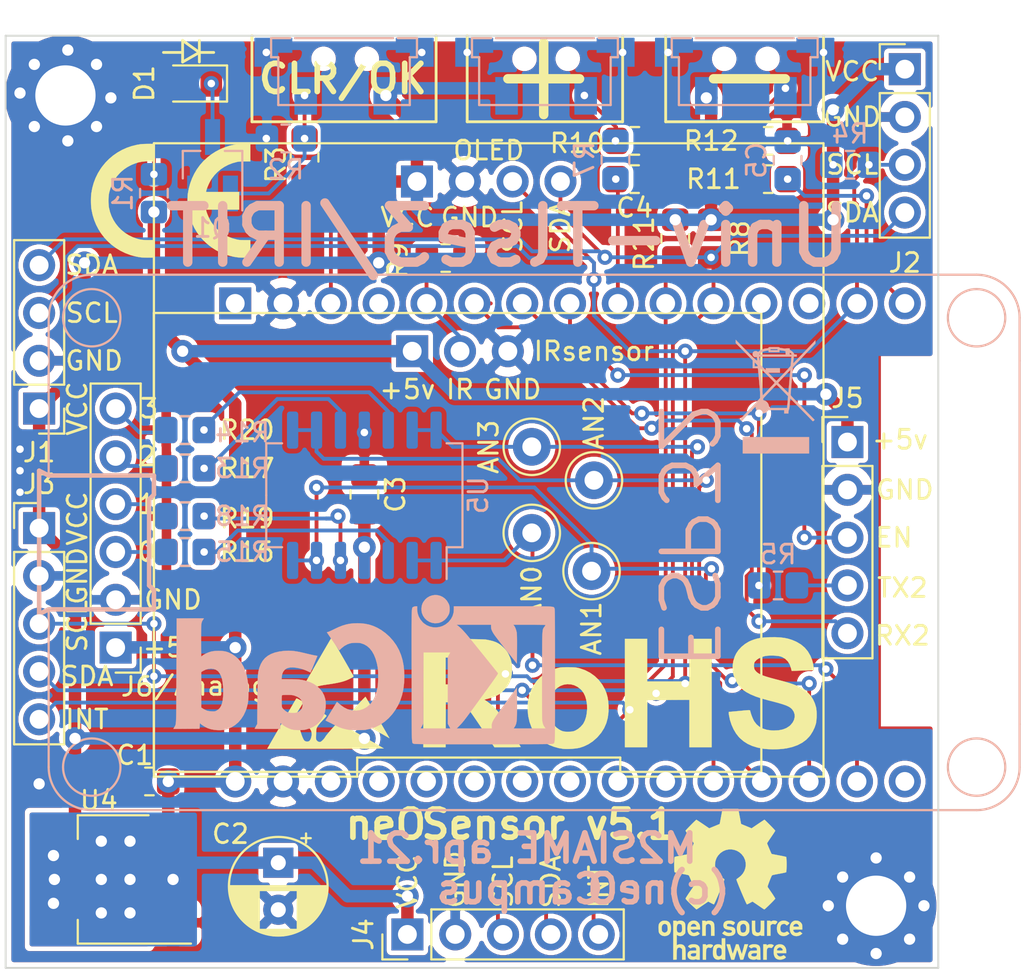
<source format=kicad_pcb>
(kicad_pcb (version 20171130) (host pcbnew 5.1.9-1.fc33)
  (layers (0 F.Cu signal) (31 B.Cu signal) (34 B.Paste user) (35 F.Paste user) (36 B.SilkS user) (37 F.SilkS user) (38 B.Mask user) (39 F.Mask user) (44 Edge.Cuts user))
  (net 0 "")
  (net 1 GND)
  (net 2 +5V)
  (net 3 +3V3)
  (net 4 /SW2)
  (net 5 /SW3)
  (net 6 "Net-(D1-Pad1)")
  (net 7 /SDA)
  (net 8 /SCL)
  (net 9 /INT)
  (net 10 /RX2)
  (net 11 /TX2)
  (net 12 /PM_EN)
  (net 13 /ANA_0)
  (net 14 /ANA_1)
  (net 15 /ANA_2)
  (net 16 /ANA_3)
  (net 17 "Net-(Q1-Pad1)")
  (net 18 /LED)
  (net 19 "Net-(R5-Pad2)")
  (net 20 "Net-(R10-Pad2)")
  (net 21 /IR)
  (net 22 "Net-(R11-Pad1)")
  (net 23 "Net-(R13-Pad2)")
  (net 24 "Net-(R14-Pad2)")
  (net 25 "Net-(R15-Pad2)")
  (net 26 "Net-(R18-Pad2)")
  (net 27 /ADC1_3)
  (net 28 /ADC1_0)
  (net 29 /ADC1_6)
  (net 30 /ADC1_7)
  (net 31 "Net-(U3-Pad28)")
  (net 32 "Net-(U3-Pad27)")
  (net 33 "Net-(U3-Pad26)")
  (net 34 "Net-(U3-Pad25)")
  (net 35 "Net-(U3-Pad24)")
  (net 36 "Net-(U3-Pad23)")
  (net 37 "Net-(U3-Pad22)")
  (net 38 "Net-(U3-Pad21)")
  (net 39 "Net-(U3-Pad13)")
  (net 40 "Net-(U3-Pad12)")
  (net 41 "Net-(U3-Pad1)")
  (net 42 "Net-(D1-Pad2)")
  (net 43 "Net-(U3-Pad16)")
  (net 44 "Net-(U3-Pad4)")
  (module Symbol:KiCad-Logo_8mm_SilkScreen (layer B.Cu) (at 44.45 59.055 180)
    (fp_text reference REF** hide)
    (fp_text value KiCad-Logo_8mm_SilkScreen hide)
  )
  (module Symbol:WEEE-Logo_4.2x6mm_SilkScreen (layer B.Cu) (at 66.294 44.577 180)
    (fp_text reference REF** hide)
    (fp_text value WEEE-Logo_4.2x6mm_SilkScreen hide)
  )
  (module Symbol:ESD-Logo_6.6x6mm_SilkScreen (layer F.Cu) (at 42.545 60.325)
    (fp_text reference REF** hide)
    (fp_text value ESD-Logo_6.6x6mm_SilkScreen hide)
  )
  (module Symbol:RoHS-Logo_6mm_SilkScreen (layer F.Cu) (at 58.039 60.325)
    (fp_text reference REF** hide)
    (fp_text value RoHS-Logo_6mm_SilkScreen hide)
  )
  (module Symbol:CE-Logo_8.5x6mm_SilkScreen (layer F.Cu) (at 34.163 34.163)
    (fp_text reference REF** hide)
    (fp_text value CE-Logo_8.5x6mm_SilkScreen hide)
  )
  (module Symbol:OSHW-Logo_7.5x8mm_SilkScreen (layer F.Cu) (at 63.881 70.485)
    (fp_text reference REF** hide)
    (fp_text value OSHW-Logo_7.5x8mm_SilkScreen hide)
  )
  (module Capacitor_THT:CP_Radial_D5.0mm_P2.50mm (layer F.Cu) (at 39.878 69.342 270)
    (fp_text reference C2 (at -1.524 2.54 180) (layer F.SilkS))
    (fp_text value "100µF 6.3v")
    (pad 2 thru_hole circle (at 2.5 0 270) (size 1.6 1.6) (drill 0.8) (layers *.Cu *.Mask) (net 1 GND))
    (pad 1 thru_hole rect (at 0 0 270) (size 1.6 1.6) (drill 0.8) (layers *.Cu *.Mask) (net 3 +3V3))
  )
  (module Package_TO_SOT_SMD:SOT-23_Handsoldering (layer B.Cu) (at 36.388 32.282 90)
    (fp_text reference Q1 (at -3.326 0 180) (layer B.SilkS) (effects (justify mirror)))
    (fp_text value 2N7002)
    (pad 3 smd rect (at 1.5 0 90) (size 1.9 0.8) (layers B.Cu B.Paste B.Mask) (net 6 "Net-(D1-Pad1)"))
    (pad 2 smd rect (at -1.5 -0.95 90) (size 1.9 0.8) (layers B.Cu B.Paste B.Mask) (net 1 GND))
    (pad 1 smd rect (at -1.5 0.95 90) (size 1.9 0.8) (layers B.Cu B.Paste B.Mask) (net 17 "Net-(Q1-Pad1)"))
  )
  (module neosensor_addon:PIR_HC-SR01 (layer F.Cu) (at 49.53 52.324)
    (fp_text reference U1 hide)
    (fp_text value HC-SR01)
    (pad 3 thru_hole circle (at 2.54 -10.16) (size 1.7 1.7) (drill 1) (layers *.Cu *.Mask) (net 1 GND))
    (pad 2 thru_hole circle (at 0 -10.16) (size 1.7 1.7) (drill 1) (layers *.Cu *.Mask) (net 21 /IR))
    (pad 1 thru_hole rect (at -2.54 -10.16) (size 1.7 1.7) (drill 1) (layers *.Cu *.Mask) (net 2 +5V))
  )
  (module neosensor_addon:OLED1.3_I2C (layer F.Cu) (at 51.054 48.006)
    (fp_text reference U2 hide)
    (fp_text value OLED1.3_I2C)
    (pad 4 thru_hole circle (at 3.81 -14.859 270) (size 1.7 1.7) (drill 1) (layers *.Cu *.Mask) (net 7 /SDA))
    (pad 3 thru_hole circle (at 1.27 -14.859) (size 1.7 1.7) (drill 1) (layers *.Cu *.Mask) (net 8 /SCL))
    (pad 2 thru_hole circle (at -1.27 -14.859) (size 1.7 1.7) (drill 1) (layers *.Cu *.Mask) (net 1 GND))
    (pad 1 thru_hole rect (at -3.81 -14.859) (size 1.7 1.7) (drill 1) (layers *.Cu *.Mask) (net 3 +3V3))
  )
  (module neosensor_addon:ESP32_dev_30p (layer B.Cu) (at 54.102 52.324 90)
    (fp_text reference U3 hide)
    (fp_text value ESP32_dev_30p)
    (pad 30 thru_hole circle (at -12.7 -16.51 270) (size 1.7 1.7) (drill 1) (layers *.Cu *.Mask) (net 2 +5V))
    (pad 29 thru_hole circle (at -12.7 -13.97 270) (size 1.7 1.7) (drill 1) (layers *.Cu *.Mask) (net 1 GND))
    (pad 28 thru_hole circle (at -12.7 -11.43 270) (size 1.7 1.7) (drill 1) (layers *.Cu *.Mask) (net 31 "Net-(U3-Pad28)"))
    (pad 27 thru_hole circle (at -12.7 -8.89 270) (size 1.7 1.7) (drill 1) (layers *.Cu *.Mask) (net 32 "Net-(U3-Pad27)"))
    (pad 26 thru_hole circle (at -12.7 -6.35 270) (size 1.7 1.7) (drill 1) (layers *.Cu *.Mask) (net 33 "Net-(U3-Pad26)"))
    (pad 25 thru_hole circle (at -12.7 -3.81 270) (size 1.7 1.7) (drill 1) (layers *.Cu *.Mask) (net 34 "Net-(U3-Pad25)"))
    (pad 24 thru_hole circle (at -12.7 -1.27 270) (size 1.7 1.7) (drill 1) (layers *.Cu *.Mask) (net 35 "Net-(U3-Pad24)"))
    (pad 23 thru_hole circle (at -12.7 1.27 270) (size 1.7 1.7) (drill 1) (layers *.Cu *.Mask) (net 36 "Net-(U3-Pad23)"))
    (pad 22 thru_hole circle (at -12.7 3.81 270) (size 1.7 1.7) (drill 1) (layers *.Cu *.Mask) (net 37 "Net-(U3-Pad22)"))
    (pad 21 thru_hole circle (at -12.7 6.35 270) (size 1.7 1.7) (drill 1) (layers *.Cu *.Mask) (net 38 "Net-(U3-Pad21)"))
    (pad 20 thru_hole circle (at -12.7 8.89 270) (size 1.7 1.7) (drill 1) (layers *.Cu *.Mask) (net 30 /ADC1_7))
    (pad 19 thru_hole circle (at -12.7 11.43 270) (size 1.7 1.7) (drill 1) (layers *.Cu *.Mask) (net 29 /ADC1_6))
    (pad 18 thru_hole circle (at -12.7 13.97 270) (size 1.7 1.7) (drill 1) (layers *.Cu *.Mask) (net 27 /ADC1_3))
    (pad 17 thru_hole circle (at -12.7 16.51 270) (size 1.7 1.7) (drill 1) (layers *.Cu *.Mask) (net 28 /ADC1_0))
    (pad 16 thru_hole circle (at -12.7 19.05 270) (size 1.7 1.7) (drill 1) (layers *.Cu *.Mask) (net 43 "Net-(U3-Pad16)"))
    (pad 15 thru_hole circle (at 12.7 19.05 270) (size 1.7 1.7) (drill 1) (layers *.Cu *.Mask) (net 5 /SW3))
    (pad 14 thru_hole circle (at 12.7 16.51 270) (size 1.7 1.7) (drill 1) (layers *.Cu *.Mask) (net 8 /SCL))
    (pad 13 thru_hole circle (at 12.7 13.97 270) (size 1.7 1.7) (drill 1) (layers *.Cu *.Mask) (net 39 "Net-(U3-Pad13)"))
    (pad 12 thru_hole circle (at 12.7 11.43 270) (size 1.7 1.7) (drill 1) (layers *.Cu *.Mask) (net 40 "Net-(U3-Pad12)"))
    (pad 11 thru_hole circle (at 12.7 8.89 270) (size 1.7 1.7) (drill 1) (layers *.Cu *.Mask) (net 7 /SDA))
    (pad 10 thru_hole circle (at 12.7 6.35 270) (size 1.7 1.7) (drill 1) (layers *.Cu *.Mask) (net 9 /INT))
    (pad 9 thru_hole circle (at 12.7 3.81 270) (size 1.7 1.7) (drill 1) (layers *.Cu *.Mask) (net 4 /SW2))
    (pad 8 thru_hole circle (at 12.7 1.27 270) (size 1.7 1.7) (drill 1) (layers *.Cu *.Mask) (net 12 /PM_EN))
    (pad 7 thru_hole circle (at 12.7 -1.27 270) (size 1.7 1.7) (drill 1) (layers *.Cu *.Mask) (net 19 "Net-(R5-Pad2)"))
    (pad 6 thru_hole circle (at 12.7 -3.81 270) (size 1.7 1.7) (drill 1) (layers *.Cu *.Mask) (net 10 /RX2))
    (pad 5 thru_hole circle (at 12.7 -6.35 270) (size 1.7 1.7) (drill 1) (layers *.Cu *.Mask) (net 21 /IR))
    (pad 4 thru_hole circle (at 12.7 -8.89 270) (size 1.7 1.7) (drill 1) (layers *.Cu *.Mask) (net 44 "Net-(U3-Pad4)"))
    (pad 3 thru_hole circle (at 12.7 -11.43 270) (size 1.7 1.7) (drill 1) (layers *.Cu *.Mask) (net 18 /LED))
    (pad 2 thru_hole circle (at 12.7 -13.97 270) (size 1.7 1.7) (drill 1) (layers *.Cu *.Mask) (net 1 GND))
    (pad 1 thru_hole rect (at 12.7 -16.51 270) (size 1.7 1.7) (drill 1) (layers *.Cu *.Mask) (net 41 "Net-(U3-Pad1)"))
  )
  (module Connector_PinHeader_2.54mm:PinHeader_1x06_P2.54mm_Vertical (layer F.Cu) (at 31.242 57.912 180)
    (fp_text reference J6 (at -1.143 -2.076) (layer F.SilkS))
    (fp_text value Conn_01x06)
    (pad 6 thru_hole oval (at 0 12.7 180) (size 1.7 1.7) (drill 1) (layers *.Cu *.Mask) (net 16 /ANA_3))
    (pad 5 thru_hole oval (at 0 10.16 180) (size 1.7 1.7) (drill 1) (layers *.Cu *.Mask) (net 15 /ANA_2))
    (pad 4 thru_hole oval (at 0 7.62 180) (size 1.7 1.7) (drill 1) (layers *.Cu *.Mask) (net 14 /ANA_1))
    (pad 3 thru_hole oval (at 0 5.08 180) (size 1.7 1.7) (drill 1) (layers *.Cu *.Mask) (net 13 /ANA_0))
    (pad 2 thru_hole oval (at 0 2.54 180) (size 1.7 1.7) (drill 1) (layers *.Cu *.Mask) (net 1 GND))
    (pad 1 thru_hole rect (at 0 0 180) (size 1.7 1.7) (drill 1) (layers *.Cu *.Mask) (net 2 +5V))
  )
  (module Package_SO:SO-14_5.3x10.2mm_P1.27mm (layer B.Cu) (at 44.45 49.8175 90)
    (fp_text reference U5 (at 0 6.05 90) (layer B.SilkS) (effects (justify mirror)))
    (fp_text value LM2902)
    (pad 14 smd roundrect (at 3.4625 3.81 90) (size 1.975 0.6) (layers B.Cu B.Paste B.Mask) (net 30 /ADC1_7))
    (pad 13 smd roundrect (at 3.4625 2.54 90) (size 1.975 0.6) (layers B.Cu B.Paste B.Mask) (net 30 /ADC1_7))
    (pad 12 smd roundrect (at 3.4625 1.27 90) (size 1.975 0.6) (layers B.Cu B.Paste B.Mask) (net 24 "Net-(R14-Pad2)"))
    (pad 11 smd roundrect (at 3.4625 0 90) (size 1.975 0.6) (layers B.Cu B.Paste B.Mask) (net 1 GND))
    (pad 10 smd roundrect (at 3.4625 -1.27 90) (size 1.975 0.6) (layers B.Cu B.Paste B.Mask) (net 23 "Net-(R13-Pad2)"))
    (pad 9 smd roundrect (at 3.4625 -2.54 90) (size 1.975 0.6) (layers B.Cu B.Paste B.Mask) (net 29 /ADC1_6))
    (pad 8 smd roundrect (at 3.4625 -3.81 90) (size 1.975 0.6) (layers B.Cu B.Paste B.Mask) (net 29 /ADC1_6))
    (pad 7 smd roundrect (at -3.4625 -3.81 90) (size 1.975 0.6) (layers B.Cu B.Paste B.Mask) (net 27 /ADC1_3))
    (pad 6 smd roundrect (at -3.4625 -2.54 90) (size 1.975 0.6) (layers B.Cu B.Paste B.Mask) (net 27 /ADC1_3))
    (pad 5 smd roundrect (at -3.4625 -1.27 90) (size 1.975 0.6) (layers B.Cu B.Paste B.Mask) (net 26 "Net-(R18-Pad2)"))
    (pad 4 smd roundrect (at -3.4625 0 90) (size 1.975 0.6) (layers B.Cu B.Paste B.Mask) (net 3 +3V3))
    (pad 3 smd roundrect (at -3.4625 1.27 90) (size 1.975 0.6) (layers B.Cu B.Paste B.Mask) (net 25 "Net-(R15-Pad2)"))
    (pad 2 smd roundrect (at -3.4625 2.54 90) (size 1.975 0.6) (layers B.Cu B.Paste B.Mask) (net 28 /ADC1_0))
    (pad 1 smd roundrect (at -3.4625 3.81 90) (size 1.975 0.6) (layers B.Cu B.Paste B.Mask) (net 28 /ADC1_0))
  )
  (module Package_TO_SOT_SMD:SOT-223-3_TabPin2 (layer F.Cu) (at 31.14 70.231 180)
    (fp_text reference U4 (at 0.787 4.191) (layer F.SilkS))
    (fp_text value AMS1117-3.3)
    (pad 1 smd rect (at -3.15 -2.3 180) (size 2 1.5) (layers F.Cu F.Paste F.Mask) (net 1 GND))
    (pad 3 smd rect (at -3.15 2.3 180) (size 2 1.5) (layers F.Cu F.Paste F.Mask) (net 2 +5V))
    (pad 2 smd rect (at -3.15 0 180) (size 2 1.5) (layers F.Cu F.Paste F.Mask) (net 3 +3V3))
    (pad 2 smd rect (at 3.15 0 180) (size 2 3.8) (layers F.Cu F.Paste F.Mask) (net 3 +3V3))
  )
  (module TestPoint:TestPoint_Loop_D2.50mm_Drill1.0mm (layer F.Cu) (at 53.34 47.244)
    (fp_text reference TP6 hide)
    (fp_text value tp_an3)
    (pad 1 thru_hole circle (at 0 0) (size 2 2) (drill 1) (layers *.Cu *.Mask) (net 30 /ADC1_7))
  )
  (module TestPoint:TestPoint_Loop_D2.50mm_Drill1.0mm (layer F.Cu) (at 56.642 49.022)
    (fp_text reference TP5 hide)
    (fp_text value tp_an2)
    (pad 1 thru_hole circle (at 0 0) (size 2 2) (drill 1) (layers *.Cu *.Mask) (net 29 /ADC1_6))
  )
  (module TestPoint:TestPoint_Loop_D2.50mm_Drill1.0mm (layer F.Cu) (at 53.34 51.816)
    (fp_text reference TP4 hide)
    (fp_text value tp_an0)
    (pad 1 thru_hole circle (at 0 0) (size 2 2) (drill 1) (layers *.Cu *.Mask) (net 28 /ADC1_0))
  )
  (module TestPoint:TestPoint_Loop_D2.50mm_Drill1.0mm (layer F.Cu) (at 56.515 53.848)
    (fp_text reference TP3 hide)
    (fp_text value tp_an1)
    (pad 1 thru_hole circle (at 0 0) (size 2 2) (drill 1) (layers *.Cu *.Mask) (net 27 /ADC1_3))
  )
  (module neosensor_addon:G71Y_µsw_smd (layer B.Cu) (at 64.584 25.527 180)
    (fp_text reference SW3 hide)
    (fp_text value -)
    (pad 3 smd rect (at -3.81 -0.381 180) (size 2 0.8) (layers B.Cu B.Paste B.Mask) (net 1 GND))
    (pad 3 smd rect (at -4.191 -0.762 180) (size 1.27 1.524) (layers B.Cu B.Paste B.Mask) (net 1 GND))
    (pad 3 smd rect (at 3.683 -0.381 180) (size 2 0.8) (layers B.Cu B.Paste B.Mask) (net 1 GND))
    (pad 3 smd rect (at 4.064 -0.762 180) (size 1.27 1.524) (layers B.Cu B.Paste B.Mask) (net 1 GND))
    (pad 1 smd rect (at -2.227 -2.667 180) (size 1.2 2) (drill (offset 0 -0.4)) (layers B.Cu B.Paste B.Mask) (net 22 "Net-(R11-Pad1)"))
    (pad 2 smd rect (at 1.973 -2.667 180) (size 1.2 2) (drill (offset 0 -0.4)) (layers B.Cu B.Paste B.Mask) (net 3 +3V3))
    (pad "" np_thru_hole circle (at -1.277 -1.1 180) (size 0.8 0.8) (drill 0.8) (layers *.Cu))
    (pad "" np_thru_hole circle (at 1.023 -1.1 180) (size 0.8 0.8) (drill 0.8) (layers *.Cu))
  )
  (module neosensor_addon:G71Y_µsw_smd (layer B.Cu) (at 53.975 25.527 180)
    (fp_text reference SW2 hide)
    (fp_text value +)
    (pad 3 smd rect (at -3.81 -0.381 180) (size 2 0.8) (layers B.Cu B.Paste B.Mask) (net 1 GND))
    (pad 3 smd rect (at -4.191 -0.762 180) (size 1.27 1.524) (layers B.Cu B.Paste B.Mask) (net 1 GND))
    (pad 3 smd rect (at 3.683 -0.381 180) (size 2 0.8) (layers B.Cu B.Paste B.Mask) (net 1 GND))
    (pad 3 smd rect (at 4.064 -0.762 180) (size 1.27 1.524) (layers B.Cu B.Paste B.Mask) (net 1 GND))
    (pad 1 smd rect (at -2.227 -2.667 180) (size 1.2 2) (drill (offset 0 -0.4)) (layers B.Cu B.Paste B.Mask) (net 20 "Net-(R10-Pad2)"))
    (pad 2 smd rect (at 1.973 -2.667 180) (size 1.2 2) (drill (offset 0 -0.4)) (layers B.Cu B.Paste B.Mask) (net 3 +3V3))
    (pad "" np_thru_hole circle (at -1.277 -1.1 180) (size 0.8 0.8) (drill 0.8) (layers *.Cu))
    (pad "" np_thru_hole circle (at 1.023 -1.1 180) (size 0.8 0.8) (drill 0.8) (layers *.Cu))
  )
  (module neosensor_addon:G71Y_µsw_smd (layer B.Cu) (at 43.307 25.527 180)
    (fp_text reference SW1 hide)
    (fp_text value clear)
    (pad 3 smd rect (at -3.81 -0.381 180) (size 2 0.8) (layers B.Cu B.Paste B.Mask) (net 1 GND))
    (pad 3 smd rect (at -4.191 -0.762 180) (size 1.27 1.524) (layers B.Cu B.Paste B.Mask) (net 1 GND))
    (pad 3 smd rect (at 3.683 -0.381 180) (size 2 0.8) (layers B.Cu B.Paste B.Mask) (net 1 GND))
    (pad 3 smd rect (at 4.064 -0.762 180) (size 1.27 1.524) (layers B.Cu B.Paste B.Mask) (net 1 GND))
    (pad 1 smd rect (at -2.227 -2.667 180) (size 1.2 2) (drill (offset 0 -0.4)) (layers B.Cu B.Paste B.Mask) (net 3 +3V3))
    (pad 2 smd rect (at 1.973 -2.667 180) (size 1.2 2) (drill (offset 0 -0.4)) (layers B.Cu B.Paste B.Mask) (net 17 "Net-(Q1-Pad1)"))
    (pad "" np_thru_hole circle (at -1.277 -1.1 180) (size 0.8 0.8) (drill 0.8) (layers *.Cu))
    (pad "" np_thru_hole circle (at 1.023 -1.1 180) (size 0.8 0.8) (drill 0.8) (layers *.Cu))
  )
  (module Resistor_SMD:R_0805_2012Metric_Pad1.20x1.40mm_HandSolder (layer F.Cu) (at 60.96 36.179 90)
    (fp_text reference R21 (at -0.27 -1.651 90) (layer F.SilkS))
    (fp_text value 15k)
    (pad 2 smd roundrect (at 1 0 90) (size 1.2 1.4) (layers F.Cu F.Paste F.Mask) (roundrect_rratio 0.208333) (net 3 +3V3))
    (pad 1 smd roundrect (at -1 0 90) (size 1.2 1.4) (layers F.Cu F.Paste F.Mask) (roundrect_rratio 0.208333) (net 9 /INT))
  )
  (module Resistor_SMD:R_0805_2012Metric_Pad1.20x1.40mm_HandSolder (layer F.Cu) (at 34.925 46.355)
    (fp_text reference R20 (at 3.302 0 180) (layer F.SilkS))
    (fp_text value 33k)
    (pad 2 smd roundrect (at 1 0) (size 1.2 1.4) (layers F.Cu F.Paste F.Mask) (roundrect_rratio 0.208333) (net 24 "Net-(R14-Pad2)"))
    (pad 1 smd roundrect (at -1 0) (size 1.2 1.4) (layers F.Cu F.Paste F.Mask) (roundrect_rratio 0.208333) (net 1 GND))
  )
  (module Resistor_SMD:R_0805_2012Metric_Pad1.20x1.40mm_HandSolder (layer F.Cu) (at 34.941 50.927)
    (fp_text reference R19 (at 3.286 0.127) (layer F.SilkS))
    (fp_text value 33k)
    (pad 2 smd roundrect (at 1 0) (size 1.2 1.4) (layers F.Cu F.Paste F.Mask) (roundrect_rratio 0.208333) (net 26 "Net-(R18-Pad2)"))
    (pad 1 smd roundrect (at -1 0) (size 1.2 1.4) (layers F.Cu F.Paste F.Mask) (roundrect_rratio 0.208333) (net 1 GND))
  )
  (module Resistor_SMD:R_0805_2012Metric_Pad1.20x1.40mm_HandSolder (layer B.Cu) (at 34.925 50.927)
    (fp_text reference R18 (at 3.048 0) (layer B.SilkS) (effects (justify mirror)))
    (fp_text value 22k)
    (pad 2 smd roundrect (at 1 0) (size 1.2 1.4) (layers B.Cu B.Paste B.Mask) (roundrect_rratio 0.208333) (net 26 "Net-(R18-Pad2)"))
    (pad 1 smd roundrect (at -1 0) (size 1.2 1.4) (layers B.Cu B.Paste B.Mask) (roundrect_rratio 0.208333) (net 14 /ANA_1))
  )
  (module Resistor_SMD:R_0805_2012Metric_Pad1.20x1.40mm_HandSolder (layer F.Cu) (at 34.941 48.387)
    (fp_text reference R17 (at 3.286 0 180) (layer F.SilkS))
    (fp_text value 33k)
    (pad 2 smd roundrect (at 1 0) (size 1.2 1.4) (layers F.Cu F.Paste F.Mask) (roundrect_rratio 0.208333) (net 23 "Net-(R13-Pad2)"))
    (pad 1 smd roundrect (at -1 0) (size 1.2 1.4) (layers F.Cu F.Paste F.Mask) (roundrect_rratio 0.208333) (net 1 GND))
  )
  (module Resistor_SMD:R_0805_2012Metric_Pad1.20x1.40mm_HandSolder (layer F.Cu) (at 34.941 52.832)
    (fp_text reference R16 (at 3.286 0) (layer F.SilkS))
    (fp_text value 33k)
    (pad 2 smd roundrect (at 1 0) (size 1.2 1.4) (layers F.Cu F.Paste F.Mask) (roundrect_rratio 0.208333) (net 25 "Net-(R15-Pad2)"))
    (pad 1 smd roundrect (at -1 0) (size 1.2 1.4) (layers F.Cu F.Paste F.Mask) (roundrect_rratio 0.208333) (net 1 GND))
  )
  (module Resistor_SMD:R_0805_2012Metric_Pad1.20x1.40mm_HandSolder (layer B.Cu) (at 34.925 52.832)
    (fp_text reference R15 (at 3.048 0) (layer B.SilkS) (effects (justify mirror)))
    (fp_text value 22k)
    (pad 2 smd roundrect (at 1 0) (size 1.2 1.4) (layers B.Cu B.Paste B.Mask) (roundrect_rratio 0.208333) (net 25 "Net-(R15-Pad2)"))
    (pad 1 smd roundrect (at -1 0) (size 1.2 1.4) (layers B.Cu B.Paste B.Mask) (roundrect_rratio 0.208333) (net 13 /ANA_0))
  )
  (module Resistor_SMD:R_0805_2012Metric_Pad1.20x1.40mm_HandSolder (layer B.Cu) (at 34.925 46.355)
    (fp_text reference R14 (at 3.048 0.127) (layer B.SilkS) (effects (justify mirror)))
    (fp_text value 22k)
    (pad 2 smd roundrect (at 1 0) (size 1.2 1.4) (layers B.Cu B.Paste B.Mask) (roundrect_rratio 0.208333) (net 24 "Net-(R14-Pad2)"))
    (pad 1 smd roundrect (at -1 0) (size 1.2 1.4) (layers B.Cu B.Paste B.Mask) (roundrect_rratio 0.208333) (net 16 /ANA_3))
  )
  (module Resistor_SMD:R_0805_2012Metric_Pad1.20x1.40mm_HandSolder (layer B.Cu) (at 34.925 48.387)
    (fp_text reference R13 (at 3.048 0) (layer B.SilkS) (effects (justify mirror)))
    (fp_text value 22k)
    (pad 2 smd roundrect (at 1 0) (size 1.2 1.4) (layers B.Cu B.Paste B.Mask) (roundrect_rratio 0.208333) (net 23 "Net-(R13-Pad2)"))
    (pad 1 smd roundrect (at -1 0) (size 1.2 1.4) (layers B.Cu B.Paste B.Mask) (roundrect_rratio 0.208333) (net 15 /ANA_2))
  )
  (module Resistor_SMD:R_0805_2012Metric_Pad1.20x1.40mm_HandSolder (layer F.Cu) (at 65.897 30.988 180)
    (fp_text reference R12 (at 3.032 0) (layer F.SilkS))
    (fp_text value 15k)
    (pad 2 smd roundrect (at 1 0 180) (size 1.2 1.4) (layers F.Cu F.Paste F.Mask) (roundrect_rratio 0.208333) (net 22 "Net-(R11-Pad1)"))
    (pad 1 smd roundrect (at -1 0 180) (size 1.2 1.4) (layers F.Cu F.Paste F.Mask) (roundrect_rratio 0.208333) (net 1 GND))
  )
  (module Resistor_SMD:R_0805_2012Metric_Pad1.20x1.40mm_HandSolder (layer F.Cu) (at 65.897 33.02)
    (fp_text reference R11 (at -2.905 0) (layer F.SilkS))
    (fp_text value 15k)
    (pad 2 smd roundrect (at 1 0) (size 1.2 1.4) (layers F.Cu F.Paste F.Mask) (roundrect_rratio 0.208333) (net 5 /SW3))
    (pad 1 smd roundrect (at -1 0) (size 1.2 1.4) (layers F.Cu F.Paste F.Mask) (roundrect_rratio 0.208333) (net 22 "Net-(R11-Pad1)"))
  )
  (module Resistor_SMD:R_0805_2012Metric_Pad1.20x1.40mm_HandSolder (layer F.Cu) (at 58.817 30.988 180)
    (fp_text reference R10 (at 3.064 -0.127) (layer F.SilkS))
    (fp_text value 15k)
    (pad 2 smd roundrect (at 1 0 180) (size 1.2 1.4) (layers F.Cu F.Paste F.Mask) (roundrect_rratio 0.208333) (net 20 "Net-(R10-Pad2)"))
    (pad 1 smd roundrect (at -1 0 180) (size 1.2 1.4) (layers F.Cu F.Paste F.Mask) (roundrect_rratio 0.208333) (net 1 GND))
  )
  (module Resistor_SMD:R_0805_2012Metric_Pad1.20x1.40mm_HandSolder (layer F.Cu) (at 48.768 37.211 180)
    (fp_text reference R9 (at 2.54 -0.127 90) (layer F.SilkS))
    (fp_text value 15k)
    (pad 2 smd roundrect (at 1 0 180) (size 1.2 1.4) (layers F.Cu F.Paste F.Mask) (roundrect_rratio 0.208333) (net 21 /IR))
    (pad 1 smd roundrect (at -1 0 180) (size 1.2 1.4) (layers F.Cu F.Paste F.Mask) (roundrect_rratio 0.208333) (net 1 GND))
  )
  (module Resistor_SMD:R_0805_2012Metric_Pad1.20x1.40mm_HandSolder (layer F.Cu) (at 62.865 36.179 90)
    (fp_text reference R8 (at 0 1.524 90) (layer F.SilkS))
    (fp_text value 4K7)
    (pad 2 smd roundrect (at 1 0 90) (size 1.2 1.4) (layers F.Cu F.Paste F.Mask) (roundrect_rratio 0.208333) (net 3 +3V3))
    (pad 1 smd roundrect (at -1 0 90) (size 1.2 1.4) (layers F.Cu F.Paste F.Mask) (roundrect_rratio 0.208333) (net 7 /SDA))
  )
  (module Resistor_SMD:R_0805_2012Metric_Pad1.20x1.40mm_HandSolder (layer B.Cu) (at 57.785 31.988 270)
    (fp_text reference R7 (at 0 1.65 270) (layer B.SilkS) (effects (justify mirror)))
    (fp_text value 15k)
    (pad 2 smd roundrect (at 1 0 270) (size 1.2 1.4) (layers B.Cu B.Paste B.Mask) (roundrect_rratio 0.208333) (net 4 /SW2))
    (pad 1 smd roundrect (at -1 0 270) (size 1.2 1.4) (layers B.Cu B.Paste B.Mask) (roundrect_rratio 0.208333) (net 20 "Net-(R10-Pad2)"))
  )
  (module Resistor_SMD:R_0805_2012Metric_Pad1.20x1.40mm_HandSolder (layer B.Cu) (at 66.421 54.61 180)
    (fp_text reference R5 (at 0 1.65) (layer B.SilkS) (effects (justify mirror)))
    (fp_text value 470)
    (pad 2 smd roundrect (at 1 0 180) (size 1.2 1.4) (layers B.Cu B.Paste B.Mask) (roundrect_rratio 0.208333) (net 19 "Net-(R5-Pad2)"))
    (pad 1 smd roundrect (at -1 0 180) (size 1.2 1.4) (layers B.Cu B.Paste B.Mask) (roundrect_rratio 0.208333) (net 11 /TX2))
  )
  (module Resistor_SMD:R_0805_2012Metric_Pad1.20x1.40mm_HandSolder (layer B.Cu) (at 70.247 32.258 180)
    (fp_text reference R4 (at 0 1.65 180) (layer B.SilkS) (effects (justify mirror)))
    (fp_text value 4K7)
    (pad 2 smd roundrect (at 1 0 180) (size 1.2 1.4) (layers B.Cu B.Paste B.Mask) (roundrect_rratio 0.208333) (net 3 +3V3))
    (pad 1 smd roundrect (at -1 0 180) (size 1.2 1.4) (layers B.Cu B.Paste B.Mask) (roundrect_rratio 0.208333) (net 8 /SCL))
  )
  (module Resistor_SMD:R_0805_2012Metric_Pad1.20x1.40mm_HandSolder (layer F.Cu) (at 41.275 31.861 90)
    (fp_text reference R3 (at -0.397 -1.524 90) (layer F.SilkS))
    (fp_text value 470)
    (pad 2 smd roundrect (at 1 0 90) (size 1.2 1.4) (layers F.Cu F.Paste F.Mask) (roundrect_rratio 0.208333) (net 17 "Net-(Q1-Pad1)"))
    (pad 1 smd roundrect (at -1 0 90) (size 1.2 1.4) (layers F.Cu F.Paste F.Mask) (roundrect_rratio 0.208333) (net 18 /LED))
  )
  (module Resistor_SMD:R_0805_2012Metric_Pad1.20x1.40mm_HandSolder (layer B.Cu) (at 40.275 30.861)
    (fp_text reference R2 (at 0 1.65) (layer B.SilkS) (effects (justify mirror)))
    (fp_text value 15k)
    (pad 2 smd roundrect (at 1 0) (size 1.2 1.4) (layers B.Cu B.Paste B.Mask) (roundrect_rratio 0.208333) (net 17 "Net-(Q1-Pad1)"))
    (pad 1 smd roundrect (at -1 0) (size 1.2 1.4) (layers B.Cu B.Paste B.Mask) (roundrect_rratio 0.208333) (net 1 GND))
  )
  (module Resistor_SMD:R_0805_2012Metric_Pad1.20x1.40mm_HandSolder (layer B.Cu) (at 33.274 33.766 270)
    (fp_text reference R1 (at 0 1.65 270) (layer B.SilkS) (effects (justify mirror)))
    (fp_text value 150)
    (pad 2 smd roundrect (at 1 0 270) (size 1.2 1.4) (layers B.Cu B.Paste B.Mask) (roundrect_rratio 0.208333) (net 2 +5V))
    (pad 1 smd roundrect (at -1 0 270) (size 1.2 1.4) (layers B.Cu B.Paste B.Mask) (roundrect_rratio 0.208333) (net 42 "Net-(D1-Pad2)"))
  )
  (module Connector_PinHeader_2.54mm:PinHeader_1x05_P2.54mm_Vertical (layer F.Cu) (at 70.104 46.99)
    (fp_text reference J5 (at 0 -2.33) (layer F.SilkS))
    (fp_text value Conn_01x05)
    (pad 5 thru_hole oval (at 0 10.16) (size 1.7 1.7) (drill 1) (layers *.Cu *.Mask) (net 10 /RX2))
    (pad 4 thru_hole oval (at 0 7.62) (size 1.7 1.7) (drill 1) (layers *.Cu *.Mask) (net 11 /TX2))
    (pad 3 thru_hole oval (at 0 5.08) (size 1.7 1.7) (drill 1) (layers *.Cu *.Mask) (net 12 /PM_EN))
    (pad 2 thru_hole oval (at 0 2.54) (size 1.7 1.7) (drill 1) (layers *.Cu *.Mask) (net 1 GND))
    (pad 1 thru_hole rect (at 0 0) (size 1.7 1.7) (drill 1) (layers *.Cu *.Mask) (net 2 +5V))
  )
  (module Connector_PinHeader_2.54mm:PinHeader_1x05_P2.54mm_Vertical (layer F.Cu) (at 46.736 73.152 90)
    (fp_text reference J4 (at 0 -2.33 90) (layer F.SilkS))
    (fp_text value Conn_01x05)
    (pad 5 thru_hole oval (at 0 10.16 90) (size 1.7 1.7) (drill 1) (layers *.Cu *.Mask) (net 9 /INT))
    (pad 4 thru_hole oval (at 0 7.62 90) (size 1.7 1.7) (drill 1) (layers *.Cu *.Mask) (net 7 /SDA))
    (pad 3 thru_hole oval (at 0 5.08 90) (size 1.7 1.7) (drill 1) (layers *.Cu *.Mask) (net 8 /SCL))
    (pad 2 thru_hole oval (at 0 2.54 90) (size 1.7 1.7) (drill 1) (layers *.Cu *.Mask) (net 1 GND))
    (pad 1 thru_hole rect (at 0 0 90) (size 1.7 1.7) (drill 1) (layers *.Cu *.Mask) (net 3 +3V3))
  )
  (module Connector_PinHeader_2.54mm:PinHeader_1x05_P2.54mm_Vertical (layer F.Cu) (at 27.178 51.562)
    (fp_text reference J3 (at 0 -2.33) (layer F.SilkS))
    (fp_text value Conn_01x05)
    (pad 5 thru_hole oval (at 0 10.16) (size 1.7 1.7) (drill 1) (layers *.Cu *.Mask) (net 9 /INT))
    (pad 4 thru_hole oval (at 0 7.62) (size 1.7 1.7) (drill 1) (layers *.Cu *.Mask) (net 7 /SDA))
    (pad 3 thru_hole oval (at 0 5.08) (size 1.7 1.7) (drill 1) (layers *.Cu *.Mask) (net 8 /SCL))
    (pad 2 thru_hole oval (at 0 2.54) (size 1.7 1.7) (drill 1) (layers *.Cu *.Mask) (net 1 GND))
    (pad 1 thru_hole rect (at 0 0) (size 1.7 1.7) (drill 1) (layers *.Cu *.Mask) (net 3 +3V3))
  )
  (module Connector_PinHeader_2.54mm:PinHeader_1x04_P2.54mm_Vertical (layer F.Cu) (at 73.152 27.178)
    (fp_text reference J2 (at 0 10.287) (layer F.SilkS))
    (fp_text value Conn_01x04)
    (pad 4 thru_hole oval (at 0 7.62) (size 1.7 1.7) (drill 1) (layers *.Cu *.Mask) (net 7 /SDA))
    (pad 3 thru_hole oval (at 0 5.08) (size 1.7 1.7) (drill 1) (layers *.Cu *.Mask) (net 8 /SCL))
    (pad 2 thru_hole oval (at 0 2.54) (size 1.7 1.7) (drill 1) (layers *.Cu *.Mask) (net 1 GND))
    (pad 1 thru_hole rect (at 0 0) (size 1.7 1.7) (drill 1) (layers *.Cu *.Mask) (net 3 +3V3))
  )
  (module Connector_PinHeader_2.54mm:PinHeader_1x04_P2.54mm_Vertical (layer F.Cu) (at 27.178 45.212 180)
    (fp_text reference J1 (at 0 -2.33) (layer F.SilkS))
    (fp_text value Conn_01x04)
    (pad 4 thru_hole oval (at 0 7.62 180) (size 1.7 1.7) (drill 1) (layers *.Cu *.Mask) (net 7 /SDA))
    (pad 3 thru_hole oval (at 0 5.08 180) (size 1.7 1.7) (drill 1) (layers *.Cu *.Mask) (net 8 /SCL))
    (pad 2 thru_hole oval (at 0 2.54 180) (size 1.7 1.7) (drill 1) (layers *.Cu *.Mask) (net 1 GND))
    (pad 1 thru_hole rect (at 0 0 180) (size 1.7 1.7) (drill 1) (layers *.Cu *.Mask) (net 3 +3V3))
  )
  (module MountingHole:MountingHole_3.2mm_M3_Pad (layer F.Cu) (at 71.628 71.628)
    (fp_text reference H2 hide)
    (fp_text value "3.2mm for MH3 screw")
    (pad 1 thru_hole circle (at 0 0) (size 6.4 6.4) (drill 3.2) (layers *.Cu *.Mask) (net 1 GND))
  )
  (module MountingHole:MountingHole_3.2mm_M3_Pad (layer F.Cu) (at 28.575 28.575)
    (fp_text reference H1 hide)
    (fp_text value "3.2mm for MH3 screw")
    (pad 1 thru_hole circle (at 0 0) (size 6.4 6.4) (drill 3.2) (layers *.Cu *.Mask) (net 1 GND))
  )
  (module LED_SMD:LED_0805_2012Metric_Pad1.15x1.40mm_HandSolder (layer F.Cu) (at 35.297 27.94 180)
    (fp_text reference D1 (at 2.531 0 90) (layer F.SilkS))
    (fp_text value Red)
    (pad 2 smd roundrect (at 1.025 0 180) (size 1.15 1.4) (layers F.Cu F.Paste F.Mask) (roundrect_rratio 0.217391) (net 42 "Net-(D1-Pad2)"))
    (pad 1 smd roundrect (at -1.025 0 180) (size 1.15 1.4) (layers F.Cu F.Paste F.Mask) (roundrect_rratio 0.217391) (net 6 "Net-(D1-Pad1)"))
  )
  (module Resistor_SMD:R_0805_2012Metric_Pad1.20x1.40mm_HandSolder (layer B.Cu) (at 66.929 32.02 90)
    (fp_text reference C5 (at 0 -1.651 90) (layer B.SilkS) (effects (justify mirror)))
    (fp_text value 1uF)
    (pad 2 smd roundrect (at 1 0 90) (size 1.2 1.4) (layers B.Cu B.Paste B.Mask) (roundrect_rratio 0.208333) (net 1 GND))
    (pad 1 smd roundrect (at -1 0 90) (size 1.2 1.4) (layers B.Cu B.Paste B.Mask) (roundrect_rratio 0.208333) (net 5 /SW3))
  )
  (module Resistor_SMD:R_0805_2012Metric_Pad1.20x1.40mm_HandSolder (layer F.Cu) (at 58.801 33.02)
    (fp_text reference C4 (at 0 1.524) (layer F.SilkS))
    (fp_text value 1uF)
    (pad 2 smd roundrect (at 1 0) (size 1.2 1.4) (layers F.Cu F.Paste F.Mask) (roundrect_rratio 0.208333) (net 1 GND))
    (pad 1 smd roundrect (at -1 0) (size 1.2 1.4) (layers F.Cu F.Paste F.Mask) (roundrect_rratio 0.208333) (net 4 /SW2))
  )
  (module Resistor_SMD:R_0805_2012Metric_Pad1.20x1.40mm_HandSolder (layer F.Cu) (at 44.45 49.768 90)
    (fp_text reference C3 (at 0 1.651 270) (layer F.SilkS))
    (fp_text value 100nF)
    (pad 2 smd roundrect (at 1 0 90) (size 1.2 1.4) (layers F.Cu F.Paste F.Mask) (roundrect_rratio 0.208333) (net 1 GND))
    (pad 1 smd roundrect (at -1 0 90) (size 1.2 1.4) (layers F.Cu F.Paste F.Mask) (roundrect_rratio 0.208333) (net 3 +3V3))
  )
  (module Resistor_SMD:R_0805_2012Metric_Pad1.20x1.40mm_HandSolder (layer F.Cu) (at 33.036 65.024 180)
    (fp_text reference C1 (at 0.778 1.397) (layer F.SilkS))
    (fp_text value 100nF)
    (pad 1 smd roundrect (at -1 0 180) (size 1.2 1.4) (layers F.Cu F.Paste F.Mask) (roundrect_rratio 0.208333) (net 2 +5V))
    (pad 2 smd roundrect (at 1 0 180) (size 1.2 1.4) (layers F.Cu F.Paste F.Mask) (roundrect_rratio 0.208333) (net 1 GND))
  )
  (gr_text GND (at 52.324 44.196) (layer F.SilkS) (effects (font (size 1 1))))
  (gr_text IR (at 49.53 44.196) (layer F.SilkS) (effects (font (size 1 1))))
  (gr_text +5v (at 46.736 44.196) (layer F.SilkS) (effects (font (size 1 1))))
  (gr_text SDA (at 54.864 35.56 90) (layer F.SilkS) (effects (font (size 1 1))))
  (gr_text SCL (at 52.324 35.56 90) (layer F.SilkS) (effects (font (size 1 1))))
  (gr_text GND (at 50.038 35.052) (layer F.SilkS) (effects (font (size 1 1))))
  (gr_text VCC (at 46.736 35.052) (layer F.SilkS) (effects (font (size 1 1))))
  (gr_text AN3 (at 51.054 47.244 90) (layer F.SilkS) (effects (font (size 1 1))))
  (gr_text AN2 (at 56.642 45.974 90) (layer F.SilkS) (effects (font (size 1 1))))
  (gr_text AN1 (at 56.515 56.896 90) (layer F.SilkS) (effects (font (size 1 1))))
  (gr_text AN0 (at 53.34 54.991 90) (layer F.SilkS) (effects (font (size 1 1))))
  (gr_text SDA (at 70.358 34.798) (layer F.SilkS) (effects (font (size 1 1))))
  (gr_text SCL (at 70.358 32.258) (layer F.SilkS) (effects (font (size 1 1))))
  (gr_text GND (at 70.358 29.718) (layer F.SilkS) (effects (font (size 1 1))))
  (gr_text VCC (at 70.358 27.305) (layer F.SilkS) (effects (font (size 1 1))))
  (gr_text SDA (at 29.972 37.592) (layer F.SilkS) (effects (font (size 1 1))))
  (gr_text SCL (at 29.972 40.132) (layer F.SilkS) (effects (font (size 1 1))))
  (gr_text GND (at 30.099 42.672) (layer F.SilkS) (effects (font (size 1 1))))
  (gr_text INT (at 29.718 61.722) (layer F.SilkS) (effects (font (size 1 1))))
  (gr_text SDA (at 29.718 59.436) (layer F.SilkS) (effects (font (size 1 1))))
  (gr_text SCL (at 29.21 56.769 90) (layer F.SilkS) (effects (font (size 1 1))))
  (gr_text GND (at 29.21 54.102 90) (layer F.SilkS) (effects (font (size 1 1))))
  (gr_text VCC (at 29.21 45.212 90) (layer F.SilkS) (effects (font (size 1 1))))
  (gr_text VCC (at 29.21 51.054 90) (layer F.SilkS) (effects (font (size 1 1))))
  (gr_text /Analog (at 36.322 59.944) (layer F.SilkS) (effects (font (size 1 1))))
  (gr_text 3 (at 33.02 45.212) (layer F.SilkS) (effects (font (size 1 1))))
  (gr_text 2 (at 32.893 47.752) (layer F.SilkS) (effects (font (size 1 1))))
  (gr_text 1 (at 32.893 50.292) (layer F.SilkS) (effects (font (size 1 1))))
  (gr_text 0 (at 32.893 52.832) (layer F.SilkS) (effects (font (size 1 1))))
  (gr_text GND (at 34.29 55.372) (layer F.SilkS) (effects (font (size 1 1))))
  (gr_text +5v (at 34.163 57.912) (layer F.SilkS) (effects (font (size 1 1))))
  (gr_text INT (at 56.896 70.612 90) (layer F.SilkS) (effects (font (size 1 1))))
  (gr_text SDA (at 54.356 70.358 90) (layer F.SilkS) (effects (font (size 1 1))))
  (gr_text SCL (at 51.816 70.358 90) (layer F.SilkS) (effects (font (size 1 1))))
  (gr_text GND (at 49.276 70.231 90) (layer F.SilkS) (effects (font (size 1 1))))
  (gr_text VCC (at 46.736 70.358 90) (layer F.SilkS) (effects (font (size 1 1))))
  (gr_text RX2 (at 73.025 57.277) (layer F.SilkS) (effects (font (size 1 1))))
  (gr_text TX2 (at 73.025 54.737) (layer F.SilkS) (effects (font (size 1 1))))
  (gr_text EN (at 71.501 52.07) (layer F.SilkS) (effects (font (size 1 1)) (justify left)))
  (gr_text GND (at 73.152 49.53) (layer F.SilkS) (effects (font (size 1 1))))
  (gr_text +5v (at 72.898 46.863) (layer F.SilkS) (effects (font (size 1 1))))
  (gr_text Univ-Tlse3/IRIT (at 52.07 36.068) (layer B.SilkS) (effects (font (size 3 3) (thickness 0.5)) (justify mirror)))
  (gr_line (start 34.798 26.289) (end 33.782 26.289) (layer F.SilkS) (width 0.15))
  (gr_line (start 35.687 26.289) (end 36.449 26.289) (layer F.SilkS) (width 0.15))
  (gr_line (start 35.687 25.654) (end 35.687 26.797) (layer F.SilkS) (width 0.15))
  (gr_line (start 35.687 26.289) (end 34.798 26.797) (layer F.SilkS) (width 0.15))
  (gr_line (start 34.798 25.654) (end 35.687 26.289) (layer F.SilkS) (width 0.15))
  (gr_line (start 34.798 26.797) (end 34.798 25.654) (layer F.SilkS) (width 0.15))
  (gr_text ESP32 (at 61.595 51.943 270) (layer B.SilkS) (effects (font (size 3 3) (thickness 0.3)) (justify mirror)))
  (gr_text OLED (at 51.054 31.496) (layer F.SilkS) (effects (font (size 1 1))))
  (gr_text IRsensor (at 56.642 42.164) (layer F.SilkS) (effects (font (size 1 1))))
  (gr_text "Sensor v5.1" (at 54.229 67.31) (layer F.SilkS) (effects (font (size 1.5 1.5) (thickness 0.3))))
  (gr_text "M2SIAME apr.21" (at 53.086 68.58) (layer B.SilkS) (effects (font (size 1.5 1.5) (thickness 0.3)) (justify mirror)))
  (gr_line (start 58.166 25.4) (end 58.166 29.972) (layer F.SilkS) (width 0.15))
  (gr_line (start 58.166 29.972) (end 49.911 29.972) (layer F.SilkS) (width 0.15))
  (gr_line (start 49.911 29.972) (end 49.911 25.4) (layer F.SilkS) (width 0.15))
  (gr_line (start 68.834 29.972) (end 60.452 29.972) (layer F.SilkS) (width 0.15))
  (gr_line (start 60.452 29.972) (end 60.452 25.4) (layer F.SilkS) (width 0.15))
  (gr_line (start 68.834 25.4) (end 68.834 29.972) (layer F.SilkS) (width 0.15))
  (gr_line (start 38.481 29.972) (end 38.481 25.4) (layer F.SilkS) (width 0.15))
  (gr_line (start 48.26 29.972) (end 38.481 29.972) (layer F.SilkS) (width 0.15))
  (gr_line (start 48.26 25.4) (end 48.26 29.972) (layer F.SilkS) (width 0.15))
  (gr_text CLR/OK (at 43.307 27.686) (layer F.SilkS) (effects (font (size 1.5 1.5) (thickness 0.3))))
  (gr_text - (at 64.897 27.305) (layer F.SilkS) (effects (font (size 5 5) (thickness 0.5))))
  (gr_text + (at 53.975 27.305) (layer F.SilkS) (effects (font (size 5 5) (thickness 0.5))))
  (gr_text neO (at 45.593 67.31) (layer F.SilkS) (effects (font (size 1.5 1.5) (thickness 0.3))))
  (gr_text Campus (at 52.705 70.739) (layer B.SilkS) (effects (font (size 1.5 1.5) (thickness 0.3)) (justify mirror)))
  (gr_text "(c)neO" (at 60.071 70.739) (layer B.SilkS) (effects (font (size 1.5 1.5) (thickness 0.3)) (justify mirror)))
  (gr_line (start 25.4 74.93) (end 25.4 25.4) (layer Edge.Cuts) (width 0.1))
  (gr_line (start 74.93 74.93) (end 25.4 74.93) (layer Edge.Cuts) (width 0.1))
  (gr_line (start 74.93 25.4) (end 74.93 74.93) (layer Edge.Cuts) (width 0.1))
  (gr_line (start 25.4 25.4) (end 74.93 25.4) (layer Edge.Cuts) (width 0.1))
  (via (at 44.45 46.482) (size 0.8) (drill 0.4) (layers F.Cu B.Cu) (net 1))
  (via (at 66.929 30.988) (size 0.8) (drill 0.4) (layers F.Cu B.Cu) (net 1))
  (via (at 68.834 26.289) (size 0.8) (drill 0.4) (layers F.Cu B.Cu) (net 1))
  (via (at 60.579 26.289) (size 0.8) (drill 0.4) (layers F.Cu B.Cu) (net 1))
  (via (at 58.166 26.289) (size 0.8) (drill 0.4) (layers F.Cu B.Cu) (net 1))
  (via (at 49.911 26.289) (size 0.8) (drill 0.4) (layers F.Cu B.Cu) (net 1))
  (via (at 47.498 26.289) (size 0.8) (drill 0.4) (layers F.Cu B.Cu) (net 1))
  (via (at 39.243 26.289) (size 0.8) (drill 0.4) (layers F.Cu B.Cu) (net 1))
  (via (at 39.243 30.861) (size 0.8) (drill 0.4) (layers F.Cu B.Cu) (net 1))
  (via (at 28.702 26.162) (size 1.2) (drill 0.6) (layers F.Cu B.Cu) (net 1))
  (via (at 28.702 30.988) (size 1.2) (drill 0.6) (layers F.Cu B.Cu) (net 1))
  (via (at 30.988 28.702) (size 1.2) (drill 0.6) (layers F.Cu B.Cu) (net 1))
  (via (at 26.162 28.448) (size 1.2) (drill 0.6) (layers F.Cu B.Cu) (net 1))
  (via (at 26.924 26.924) (size 1.2) (drill 0.6) (layers F.Cu B.Cu) (net 1))
  (via (at 30.226 26.924) (size 1.2) (drill 0.6) (layers F.Cu B.Cu) (net 1))
  (via (at 30.226 30.226) (size 1.2) (drill 0.6) (layers F.Cu B.Cu) (net 1))
  (via (at 26.924 30.226) (size 1.2) (drill 0.6) (layers F.Cu B.Cu) (net 1))
  (via (at 71.628 69.088) (size 1.2) (drill 0.6) (layers F.Cu B.Cu) (net 1))
  (via (at 71.628 74.168) (size 1.2) (drill 0.6) (layers F.Cu B.Cu) (net 1))
  (via (at 74.168 71.628) (size 1.2) (drill 0.6) (layers F.Cu B.Cu) (net 1))
  (via (at 69.088 71.628) (size 1.2) (drill 0.6) (layers F.Cu B.Cu) (net 1))
  (via (at 69.85 70.104) (size 1.2) (drill 0.6) (layers F.Cu B.Cu) (net 1))
  (via (at 73.406 70.104) (size 1.2) (drill 0.6) (layers F.Cu B.Cu) (net 1))
  (via (at 73.406 73.406) (size 1.2) (drill 0.6) (layers F.Cu B.Cu) (net 1))
  (via (at 69.85 73.406) (size 1.2) (drill 0.6) (layers F.Cu B.Cu) (net 1))
  (via (at 26.162 47.371) (size 0.8) (drill 0.4) (layers F.Cu B.Cu) (net 1))
  (via (at 26.162 48.514) (size 0.8) (drill 0.4) (layers F.Cu B.Cu) (net 1))
  (via (at 26.162 49.657) (size 0.8) (drill 0.4) (layers F.Cu B.Cu) (net 1))
  (via (at 27.178 65.151) (size 1.2) (drill 0.6) (layers F.Cu B.Cu) (net 1))
  (segment (start 34.036 68.312) (end 34.036 65.024) (width 0.6604) (layer F.Cu) (net 2))
  (segment (start 37.592 65.024) (end 34.036 65.024) (width 0.6604) (layer B.Cu) (net 2))
  (via (at 34.036 65.024) (size 1.2) (drill 0.6) (layers F.Cu B.Cu) (net 2))
  (segment (start 37.592 65.024) (end 37.592 57.912) (width 0.6604) (layer F.Cu) (net 2))
  (via (at 37.592 57.912) (size 1.2) (drill 0.6) (layers F.Cu B.Cu) (net 2))
  (segment (start 37.592 57.912) (end 37.592 44.958) (width 0.6604) (layer F.Cu) (net 2))
  (segment (start 37.592 44.958) (end 33.274 40.64) (width 0.6604) (layer F.Cu) (net 2))
  (via (at 33.274 34.766) (size 1.2) (drill 0.6) (layers F.Cu B.Cu) (net 2))
  (segment (start 33.274 40.64) (end 33.274 34.766) (width 0.6604) (layer F.Cu) (net 2))
  (segment (start 70.104 46.99) (end 70.104 45.593) (width 0.6604) (layer F.Cu) (net 2))
  (via (at 68.961 44.45) (size 1.2) (drill 0.6) (layers F.Cu B.Cu) (net 2))
  (segment (start 70.104 45.593) (end 68.961 44.45) (width 0.6604) (layer F.Cu) (net 2))
  (segment (start 49.276 44.45) (end 46.99 42.164) (width 0.6604) (layer B.Cu) (net 2))
  (segment (start 68.961 44.45) (end 49.276 44.45) (width 0.6604) (layer B.Cu) (net 2))
  (segment (start 46.99 42.164) (end 34.798 42.164) (width 0.6604) (layer B.Cu) (net 2))
  (via (at 34.798 42.164) (size 1.2) (drill 0.6) (layers F.Cu B.Cu) (net 2))
  (segment (start 31.254612 57.899388) (end 31.242 57.912) (width 0.6604) (layer B.Cu) (net 2))
  (segment (start 37.592 57.912) (end 37.579388 57.899388) (width 0.6604) (layer B.Cu) (net 2))
  (segment (start 37.579388 57.899388) (end 31.254612 57.899388) (width 0.6604) (layer B.Cu) (net 2))
  (via (at 44.45 52.578) (size 1.2) (drill 0.6) (layers F.Cu B.Cu) (net 3))
  (via (at 62.611 28.702) (size 1.2) (drill 0.6) (layers F.Cu B.Cu) (net 3))
  (via (at 60.96 35.179) (size 1.2) (drill 0.6) (layers F.Cu B.Cu) (net 3))
  (via (at 62.865 35.179) (size 1.2) (drill 0.6) (layers F.Cu B.Cu) (net 3))
  (via (at 27.94 68.961) (size 1.2) (drill 0.6) (layers F.Cu B.Cu) (net 3))
  (via (at 27.94 71.501) (size 1.2) (drill 0.6) (layers F.Cu B.Cu) (net 3))
  (segment (start 34.29 70.231) (end 34.29 70.231) (width 0.6604) (layer F.Cu) (net 3))
  (via (at 30.48 68.199) (size 1.2) (drill 0.6) (layers F.Cu B.Cu) (net 3))
  (via (at 32.004 68.199) (size 1.2) (drill 0.6) (layers F.Cu B.Cu) (net 3))
  (segment (start 30.48 70.231) (end 27.99 70.231) (width 0.6604) (layer F.Cu) (net 3))
  (via (at 30.48 70.231) (size 1.2) (drill 0.6) (layers F.Cu B.Cu) (net 3))
  (segment (start 32.004 70.231) (end 30.48 70.231) (width 0.6604) (layer F.Cu) (net 3))
  (via (at 32.004 70.231) (size 1.2) (drill 0.6) (layers F.Cu B.Cu) (net 3))
  (via (at 30.48 72.009) (size 1.2) (drill 0.6) (layers F.Cu B.Cu) (net 3))
  (via (at 32.004 72.009) (size 1.2) (drill 0.6) (layers F.Cu B.Cu) (net 3))
  (segment (start 34.29 70.231) (end 32.004 70.231) (width 0.6604) (layer F.Cu) (net 3))
  (via (at 34.29 70.231) (size 1.2) (drill 0.6) (layers F.Cu B.Cu) (net 3))
  (segment (start 27.99 70.231) (end 27.99 70.231) (width 0.6604) (layer F.Cu) (net 3))
  (via (at 27.99 70.231) (size 1.2) (drill 0.6) (layers F.Cu B.Cu) (net 3))
  (segment (start 69.342 35.195) (end 69.342 35.179) (width 0.6604) (layer F.Cu) (net 3))
  (via (at 69.342 29.337) (size 1.2) (drill 0.6) (layers F.Cu B.Cu) (net 3))
  (segment (start 69.342 29.337) (end 71.501 27.178) (width 0.6604) (layer B.Cu) (net 3))
  (segment (start 71.501 27.178) (end 73.152 27.178) (width 0.6604) (layer B.Cu) (net 3))
  (segment (start 69.342 35.179) (end 69.342 32.258) (width 0.6604) (layer F.Cu) (net 3))
  (via (at 69.342 35.179) (size 1.2) (drill 0.6) (layers F.Cu B.Cu) (net 3))
  (segment (start 69.342 35.179) (end 62.865 35.179) (width 0.6604) (layer B.Cu) (net 3))
  (segment (start 62.865 35.179) (end 60.96 35.179) (width 0.6604) (layer B.Cu) (net 3))
  (segment (start 62.865 28.956) (end 62.611 28.702) (width 0.6604) (layer F.Cu) (net 3))
  (segment (start 62.865 35.179) (end 62.865 28.956) (width 0.6604) (layer F.Cu) (net 3))
  (segment (start 60.96 35.179) (end 47.879 35.179) (width 0.6604) (layer B.Cu) (net 3))
  (segment (start 47.244 34.544) (end 47.244 33.147) (width 0.6604) (layer B.Cu) (net 3))
  (segment (start 47.879 35.179) (end 47.244 34.544) (width 0.6604) (layer B.Cu) (net 3))
  (segment (start 47.244 33.147) (end 47.244 30.226) (width 0.6604) (layer F.Cu) (net 3))
  (via (at 45.593 28.575) (size 1.2) (drill 0.6) (layers F.Cu B.Cu) (net 3))
  (segment (start 47.244 30.226) (end 45.593 28.575) (width 0.6604) (layer F.Cu) (net 3))
  (segment (start 45.534 28.516) (end 45.593 28.575) (width 0.6604) (layer B.Cu) (net 3))
  (segment (start 45.534 28.194) (end 45.534 28.516) (width 0.6604) (layer B.Cu) (net 3))
  (segment (start 45.974 28.194) (end 45.593 28.575) (width 0.6604) (layer B.Cu) (net 3))
  (segment (start 52.002 28.194) (end 45.974 28.194) (width 0.6604) (layer B.Cu) (net 3))
  (via (at 46.736 71.12) (size 1.2) (drill 0.6) (layers F.Cu B.Cu) (net 3))
  (segment (start 27.178 45.212) (end 27.178 51.562) (width 0.6604) (layer F.Cu) (net 3))
  (segment (start 27.178 51.562) (end 29.083 53.467) (width 0.6604) (layer F.Cu) (net 3))
  (segment (start 29.337 67.056) (end 30.48 68.199) (width 0.6604) (layer F.Cu) (net 3))
  (segment (start 29.083 53.467) (end 29.083 62.738) (width 0.6604) (layer F.Cu) (net 3))
  (segment (start 44.45 52.578) (end 44.45 50.768) (width 0.6604) (layer F.Cu) (net 3))
  (segment (start 29.083 62.738) (end 29.083 67.437) (width 0.6604) (layer F.Cu) (net 3))
  (via (at 29.083 62.738) (size 1.2) (drill 0.6) (layers F.Cu B.Cu) (net 3))
  (segment (start 29.083 62.738) (end 44.45 62.738) (width 0.6604) (layer B.Cu) (net 3))
  (via (at 44.45 62.738) (size 1.2) (drill 0.6) (layers F.Cu B.Cu) (net 3))
  (segment (start 44.45 52.578) (end 44.45 62.738) (width 0.6604) (layer F.Cu) (net 3))
  (segment (start 39.878 69.342) (end 41.783 69.342) (width 0.6604) (layer B.Cu) (net 3))
  (segment (start 43.561 71.12) (end 46.736 71.12) (width 0.6604) (layer B.Cu) (net 3))
  (segment (start 41.783 69.342) (end 43.561 71.12) (width 0.6604) (layer B.Cu) (net 3))
  (segment (start 46.736 71.12) (end 46.736 73.152) (width 0.6604) (layer F.Cu) (net 3))
  (segment (start 69.342 32.258) (end 69.342 29.337) (width 0.6604) (layer F.Cu) (net 3))
  (via (at 69.342 32.258) (size 0.8) (drill 0.4) (layers F.Cu B.Cu) (net 3))
  (segment (start 27.178 45.212) (end 29.591 42.799) (width 0.6604) (layer F.Cu) (net 3))
  (via (at 29.591 37.465) (size 1.2) (drill 0.6) (layers F.Cu B.Cu) (net 3))
  (segment (start 29.591 42.799) (end 29.591 37.465) (width 0.6604) (layer F.Cu) (net 3))
  (segment (start 45.212 37.465) (end 29.591 37.465) (width 0.6604) (layer B.Cu) (net 3))
  (via (at 45.212 37.465) (size 1.2) (drill 0.6) (layers F.Cu B.Cu) (net 3))
  (segment (start 45.212 37.465) (end 45.212 33.401) (width 0.6604) (layer F.Cu) (net 3))
  (segment (start 45.466 33.147) (end 47.244 33.147) (width 0.6604) (layer F.Cu) (net 3))
  (segment (start 45.212 33.401) (end 45.466 33.147) (width 0.6604) (layer F.Cu) (net 3))
  (segment (start 37.846 69.342) (end 39.878 69.342) (width 0.6604) (layer B.Cu) (net 3))
  (segment (start 34.036 70.612) (end 35.306 69.342) (width 0.6604) (layer B.Cu) (net 3))
  (segment (start 35.306 69.342) (end 37.846 69.342) (width 0.6604) (layer B.Cu) (net 3))
  (segment (start 57.912 33.131) (end 57.801 33.02) (width 0.2032) (layer F.Cu) (net 4))
  (segment (start 57.912 39.624) (end 57.912 33.131) (width 0.2032) (layer F.Cu) (net 4))
  (segment (start 57.801 33.02) (end 57.801 33.02) (width 0.2032) (layer F.Cu) (net 4))
  (via (at 57.801 33.02) (size 0.8) (drill 0.4) (layers F.Cu B.Cu) (net 4))
  (via (at 66.929 33.02) (size 0.8) (drill 0.4) (layers F.Cu B.Cu) (net 5))
  (via (at 71.12 33.909) (size 0.8) (drill 0.4) (layers F.Cu B.Cu) (net 5))
  (segment (start 66.929 33.02) (end 67.818 33.909) (width 0.2032) (layer B.Cu) (net 5))
  (segment (start 67.818 33.909) (end 71.12 33.909) (width 0.2032) (layer B.Cu) (net 5))
  (segment (start 71.12 37.592) (end 73.152 39.624) (width 0.2032) (layer F.Cu) (net 5))
  (segment (start 71.12 33.909) (end 71.12 37.592) (width 0.2032) (layer F.Cu) (net 5))
  (via (at 36.322 27.94) (size 0.8) (drill 0.4) (layers F.Cu B.Cu) (net 6))
  (segment (start 36.388 30.782) (end 36.388 28.006) (width 0.2032) (layer B.Cu) (net 6))
  (segment (start 36.388 28.006) (end 36.322 27.94) (width 0.2032) (layer B.Cu) (net 6))
  (segment (start 62.992 37.306) (end 62.865 37.179) (width 0.2032) (layer F.Cu) (net 7))
  (segment (start 62.992 39.624) (end 62.992 37.306) (width 0.2032) (layer F.Cu) (net 7))
  (segment (start 64.010999 36.033001) (end 62.865 37.179) (width 0.2032) (layer B.Cu) (net 7))
  (segment (start 71.916999 36.033001) (end 64.010999 36.033001) (width 0.2032) (layer B.Cu) (net 7))
  (segment (start 73.152 34.798) (end 71.916999 36.033001) (width 0.2032) (layer B.Cu) (net 7))
  (via (at 62.865 37.179) (size 0.8) (drill 0.4) (layers F.Cu B.Cu) (net 7))
  (via (at 57.226956 37.172522) (size 0.8) (drill 0.4) (layers F.Cu B.Cu) (net 7))
  (segment (start 54.864 33.147) (end 54.864 34.809566) (width 0.2032) (layer F.Cu) (net 7))
  (segment (start 54.864 34.809566) (end 57.226956 37.172522) (width 0.2032) (layer F.Cu) (net 7))
  (segment (start 62.858522 37.172522) (end 62.865 37.179) (width 0.2032) (layer B.Cu) (net 7))
  (segment (start 57.226956 37.172522) (end 62.858522 37.172522) (width 0.2032) (layer B.Cu) (net 7))
  (segment (start 56.909824 36.85539) (end 57.226956 37.172522) (width 0.2032) (layer B.Cu) (net 7))
  (segment (start 53.36539 36.85539) (end 56.909824 36.85539) (width 0.2032) (layer B.Cu) (net 7))
  (segment (start 52.73039 36.22039) (end 53.36539 36.85539) (width 0.2032) (layer B.Cu) (net 7))
  (segment (start 27.178 37.592) (end 28.54961 36.22039) (width 0.2032) (layer B.Cu) (net 7))
  (segment (start 28.54961 36.22039) (end 52.73039 36.22039) (width 0.2032) (layer B.Cu) (net 7))
  (via (at 52.832 60.17899) (size 0.8) (drill 0.4) (layers F.Cu B.Cu) (net 7))
  (segment (start 28.17499 60.17899) (end 52.832 60.17899) (width 0.2032) (layer B.Cu) (net 7))
  (segment (start 27.178 59.182) (end 28.17499 60.17899) (width 0.2032) (layer B.Cu) (net 7))
  (segment (start 54.102 61.44899) (end 52.832 60.17899) (width 0.2032) (layer F.Cu) (net 7))
  (segment (start 54.356 73.152) (end 54.102 72.898) (width 0.2032) (layer F.Cu) (net 7))
  (segment (start 54.102 72.898) (end 54.102 61.44899) (width 0.2032) (layer F.Cu) (net 7))
  (segment (start 52.832 60.17899) (end 59.77898 60.17899) (width 0.2032) (layer B.Cu) (net 7))
  (segment (start 62.992 39.624) (end 60.833 41.783) (width 0.2032) (layer F.Cu) (net 7))
  (segment (start 60.833 59.45501) (end 59.944 60.34401) (width 0.2032) (layer F.Cu) (net 7))
  (segment (start 59.77898 60.17899) (end 59.944 60.34401) (width 0.2032) (layer B.Cu) (net 7))
  (segment (start 60.833 41.783) (end 60.833 59.45501) (width 0.2032) (layer F.Cu) (net 7))
  (via (at 59.944 60.34401) (size 0.8) (drill 0.4) (layers F.Cu B.Cu) (net 7))
  (via (at 61.487 42.164) (size 0.8) (drill 0.4) (layers F.Cu B.Cu) (net 8))
  (segment (start 68.072 42.164) (end 70.612 39.624) (width 0.2032) (layer B.Cu) (net 8))
  (segment (start 61.487 42.164) (end 68.072 42.164) (width 0.2032) (layer B.Cu) (net 8))
  (via (at 33.274 56.642) (size 0.8) (drill 0.4) (layers F.Cu B.Cu) (net 8))
  (segment (start 27.178 56.642) (end 33.274 56.642) (width 0.2032) (layer B.Cu) (net 8))
  (via (at 71.247 32.258) (size 0.8) (drill 0.4) (layers F.Cu B.Cu) (net 8))
  (segment (start 71.247 32.258) (end 73.152 32.258) (width 0.2032) (layer B.Cu) (net 8))
  (segment (start 70.465999 33.039001) (end 71.247 32.258) (width 0.2032) (layer F.Cu) (net 8))
  (segment (start 70.465999 34.222921) (end 70.465999 33.039001) (width 0.2032) (layer F.Cu) (net 8))
  (segment (start 70.612 34.368922) (end 70.465999 34.222921) (width 0.2032) (layer F.Cu) (net 8))
  (segment (start 70.612 39.624) (end 70.612 34.368922) (width 0.2032) (layer F.Cu) (net 8))
  (via (at 56.642 38.354) (size 0.8) (drill 0.4) (layers F.Cu B.Cu) (net 8))
  (segment (start 56.642 37.465) (end 52.324 33.147) (width 0.2032) (layer F.Cu) (net 8))
  (segment (start 56.642 38.354) (end 56.642 37.465) (width 0.2032) (layer F.Cu) (net 8))
  (segment (start 29.216078 36.576) (end 28.575 37.217078) (width 0.2032) (layer B.Cu) (net 8))
  (segment (start 28.575 38.735) (end 27.178 40.132) (width 0.2032) (layer B.Cu) (net 8))
  (segment (start 56.642 37.465) (end 56.388 37.211) (width 0.2032) (layer B.Cu) (net 8))
  (segment (start 56.642 38.354) (end 56.642 37.465) (width 0.2032) (layer B.Cu) (net 8))
  (segment (start 28.575 37.217078) (end 28.575 38.735) (width 0.2032) (layer B.Cu) (net 8))
  (segment (start 56.388 37.211) (end 53.213 37.211) (width 0.2032) (layer B.Cu) (net 8))
  (segment (start 53.213 37.211) (end 52.578 36.576) (width 0.2032) (layer B.Cu) (net 8))
  (segment (start 52.578 36.576) (end 29.216078 36.576) (width 0.2032) (layer B.Cu) (net 8))
  (via (at 61.487009 59.818286) (size 0.8) (drill 0.4) (layers F.Cu B.Cu) (net 8))
  (segment (start 61.487 59.818277) (end 61.487009 59.818286) (width 0.2032) (layer F.Cu) (net 8))
  (segment (start 61.487 42.164) (end 61.487 59.818277) (width 0.2032) (layer F.Cu) (net 8))
  (via (at 33.274 59.436) (size 0.8) (drill 0.4) (layers F.Cu B.Cu) (net 8))
  (segment (start 33.274 56.642) (end 33.274 59.436) (width 0.2032) (layer F.Cu) (net 8))
  (via (at 51.943 59.309) (size 0.8) (drill 0.4) (layers F.Cu B.Cu) (net 8))
  (segment (start 51.816 59.436) (end 51.943 59.309) (width 0.2032) (layer B.Cu) (net 8))
  (segment (start 51.543001 59.708999) (end 51.943 59.309) (width 0.2032) (layer F.Cu) (net 8))
  (segment (start 51.816 73.152) (end 51.543001 72.879001) (width 0.2032) (layer F.Cu) (net 8))
  (segment (start 33.274 59.436) (end 51.816 59.436) (width 0.2032) (layer B.Cu) (net 8))
  (segment (start 51.543001 72.879001) (end 51.543001 59.708999) (width 0.2032) (layer F.Cu) (net 8))
  (segment (start 53.086 59.436) (end 52.07 59.436) (width 0.2032) (layer B.Cu) (net 8))
  (segment (start 53.34 59.69) (end 53.086 59.436) (width 0.2032) (layer B.Cu) (net 8))
  (segment (start 61.358723 59.69) (end 53.34 59.69) (width 0.2032) (layer B.Cu) (net 8))
  (segment (start 61.487009 59.818286) (end 61.358723 59.69) (width 0.2032) (layer B.Cu) (net 8))
  (segment (start 52.07 59.436) (end 51.943 59.309) (width 0.2032) (layer B.Cu) (net 8))
  (segment (start 56.642 40.259) (end 56.642 38.354) (width 0.2032) (layer B.Cu) (net 8))
  (segment (start 61.487 42.164) (end 58.547 42.164) (width 0.2032) (layer B.Cu) (net 8))
  (segment (start 58.547 42.164) (end 56.642 40.259) (width 0.2032) (layer B.Cu) (net 8))
  (segment (start 60.452 37.687) (end 60.96 37.179) (width 0.2032) (layer F.Cu) (net 9))
  (segment (start 60.452 39.624) (end 60.452 37.687) (width 0.2032) (layer F.Cu) (net 9))
  (segment (start 60.452 58.800998) (end 58.547 60.705998) (width 0.2032) (layer F.Cu) (net 9))
  (segment (start 56.896 73.152) (end 56.622999 72.878999) (width 0.2032) (layer F.Cu) (net 9))
  (segment (start 60.452 39.624) (end 60.452 58.800998) (width 0.2032) (layer F.Cu) (net 9))
  (segment (start 56.622999 72.878999) (end 56.622999 63.138001) (width 0.2032) (layer F.Cu) (net 9))
  (segment (start 58.547 60.705998) (end 58.547 61.214) (width 0.2032) (layer F.Cu) (net 9))
  (via (at 58.547 61.214) (size 0.8) (drill 0.4) (layers F.Cu B.Cu) (net 9))
  (segment (start 56.622999 63.138001) (end 58.547 61.214) (width 0.2032) (layer F.Cu) (net 9))
  (segment (start 28.067 60.833) (end 58.166 60.833) (width 0.2032) (layer B.Cu) (net 9))
  (segment (start 58.166 60.833) (end 58.547 61.214) (width 0.2032) (layer B.Cu) (net 9))
  (segment (start 27.178 61.722) (end 28.067 60.833) (width 0.2032) (layer B.Cu) (net 9))
  (segment (start 69.469 56.515) (end 70.104 57.15) (width 0.2032) (layer B.Cu) (net 10))
  (segment (start 67.405 56.515) (end 69.469 56.515) (width 0.2032) (layer B.Cu) (net 10))
  (via (at 65.405 56.515) (size 0.8) (drill 0.4) (layers F.Cu B.Cu) (net 10))
  (segment (start 50.292 39.624) (end 51.163922 39.624) (width 0.2032) (layer F.Cu) (net 10))
  (segment (start 64.750999 55.860999) (end 64.750999 54.121001) (width 0.2032) (layer F.Cu) (net 10))
  (segment (start 65.405 56.515) (end 64.750999 55.860999) (width 0.2032) (layer F.Cu) (net 10))
  (segment (start 64.750999 54.121001) (end 65.024 53.848) (width 0.2032) (layer F.Cu) (net 10))
  (via (at 64.751 46.282678) (size 0.8) (drill 0.4) (layers F.Cu B.Cu) (net 10))
  (segment (start 65.024 53.848) (end 65.024 46.555678) (width 0.2032) (layer F.Cu) (net 10))
  (segment (start 65.024 46.555678) (end 64.751 46.282678) (width 0.2032) (layer F.Cu) (net 10))
  (segment (start 64.751 46.282678) (end 64.315322 45.847) (width 0.2032) (layer B.Cu) (net 10))
  (via (at 59.710297 46.258446) (size 0.8) (drill 0.4) (layers F.Cu B.Cu) (net 10))
  (segment (start 64.315322 45.847) (end 60.121743 45.847) (width 0.2032) (layer B.Cu) (net 10))
  (segment (start 60.121743 45.847) (end 59.710297 46.258446) (width 0.2032) (layer B.Cu) (net 10))
  (segment (start 51.562 40.894) (end 50.292 39.624) (width 0.2032) (layer F.Cu) (net 10))
  (segment (start 53.467 40.894) (end 51.562 40.894) (width 0.2032) (layer F.Cu) (net 10))
  (segment (start 59.710297 46.258446) (end 58.963538 46.258446) (width 0.2032) (layer F.Cu) (net 10))
  (segment (start 58.963538 46.258446) (end 53.467 40.894) (width 0.2032) (layer F.Cu) (net 10))
  (segment (start 67.405 56.515) (end 65.405 56.515) (width 0.2032) (layer B.Cu) (net 10))
  (segment (start 67.421 54.61) (end 70.104 54.61) (width 0.2032) (layer B.Cu) (net 11))
  (via (at 67.818 43.434) (size 0.8) (drill 0.4) (layers F.Cu B.Cu) (net 12))
  (via (at 67.818 52.07) (size 0.8) (drill 0.4) (layers F.Cu B.Cu) (net 12))
  (segment (start 67.818 43.434) (end 67.818 52.07) (width 0.2032) (layer F.Cu) (net 12))
  (segment (start 67.818 52.07) (end 70.104 52.07) (width 0.2032) (layer B.Cu) (net 12))
  (segment (start 57.912 43.434) (end 67.818 43.434) (width 0.2032) (layer B.Cu) (net 12))
  (via (at 57.912 43.434) (size 0.8) (drill 0.4) (layers F.Cu B.Cu) (net 12))
  (segment (start 55.372 40.894) (end 57.912 43.434) (width 0.2032) (layer F.Cu) (net 12))
  (segment (start 55.372 39.624) (end 55.372 40.894) (width 0.2032) (layer F.Cu) (net 12))
  (segment (start 31.242 52.832) (end 33.671 52.832) (width 0.2032) (layer B.Cu) (net 13))
  (segment (start 32.909 50.292) (end 33.671 51.054) (width 0.2032) (layer B.Cu) (net 14))
  (segment (start 31.242 50.292) (end 32.909 50.292) (width 0.2032) (layer B.Cu) (net 14))
  (segment (start 31.242 47.752) (end 31.75 48.26) (width 0.2032) (layer B.Cu) (net 15))
  (segment (start 31.75 48.26) (end 33.671 48.26) (width 0.2032) (layer B.Cu) (net 15))
  (segment (start 32.512 46.482) (end 33.671 46.482) (width 0.2032) (layer B.Cu) (net 16))
  (segment (start 31.242 45.212) (end 32.512 46.482) (width 0.2032) (layer B.Cu) (net 16))
  (via (at 41.275 30.861) (size 0.8) (drill 0.4) (layers F.Cu B.Cu) (net 17))
  (via (at 41.275 28.575) (size 0.8) (drill 0.4) (layers F.Cu B.Cu) (net 17))
  (segment (start 41.275 30.861) (end 41.275 28.575) (width 0.2032) (layer F.Cu) (net 17))
  (segment (start 41.275 28.253) (end 41.334 28.194) (width 0.2032) (layer B.Cu) (net 17))
  (segment (start 41.275 28.575) (end 41.275 28.253) (width 0.2032) (layer B.Cu) (net 17))
  (segment (start 37.338 33.782) (end 39.37 33.782) (width 0.2032) (layer B.Cu) (net 17))
  (segment (start 41.275 31.877) (end 41.275 30.861) (width 0.2032) (layer B.Cu) (net 17))
  (segment (start 39.37 33.782) (end 41.275 31.877) (width 0.2032) (layer B.Cu) (net 17))
  (segment (start 41.275 32.861) (end 41.497 32.861) (width 0.2032) (layer F.Cu) (net 18))
  (segment (start 42.672 34.036) (end 42.672 39.624) (width 0.2032) (layer F.Cu) (net 18))
  (segment (start 41.497 32.861) (end 42.672 34.036) (width 0.2032) (layer F.Cu) (net 18))
  (via (at 59.182 45.466) (size 0.8) (drill 0.4) (layers F.Cu B.Cu) (net 19))
  (segment (start 52.832 39.624) (end 58.674 45.466) (width 0.2032) (layer F.Cu) (net 19))
  (segment (start 58.674 45.466) (end 59.182 45.466) (width 0.2032) (layer F.Cu) (net 19))
  (via (at 65.405 45.466) (size 0.8) (drill 0.4) (layers F.Cu B.Cu) (net 19))
  (segment (start 59.182 45.466) (end 65.405 45.466) (width 0.2032) (layer B.Cu) (net 19))
  (segment (start 65.405 45.466) (end 65.405 54.61) (width 0.2032) (layer F.Cu) (net 19))
  (via (at 65.405 54.61) (size 0.8) (drill 0.4) (layers F.Cu B.Cu) (net 19))
  (via (at 57.785 30.988) (size 0.8) (drill 0.4) (layers F.Cu B.Cu) (net 20))
  (via (at 56.134 28.575) (size 0.8) (drill 0.4) (layers F.Cu B.Cu) (net 20))
  (segment (start 57.817 30.258) (end 56.134 28.575) (width 0.2032) (layer F.Cu) (net 20))
  (segment (start 57.817 30.988) (end 57.817 30.258) (width 0.2032) (layer F.Cu) (net 20))
  (segment (start 49.53 42.164) (end 49.53 41.402) (width 0.2032) (layer F.Cu) (net 21))
  (segment (start 47.752 37.227) (end 47.768 37.211) (width 0.2032) (layer F.Cu) (net 21))
  (segment (start 47.752 39.624) (end 47.752 37.227) (width 0.2032) (layer F.Cu) (net 21))
  (segment (start 49.53 41.402) (end 49.53 42.164) (width 0.2032) (layer B.Cu) (net 21))
  (segment (start 47.752 39.624) (end 49.53 41.402) (width 0.2032) (layer B.Cu) (net 21))
  (segment (start 64.897 33.02) (end 64.897 30.988) (width 0.2032) (layer F.Cu) (net 22))
  (via (at 66.811 28.194) (size 0.8) (drill 0.4) (layers F.Cu B.Cu) (net 22))
  (segment (start 64.897 30.988) (end 64.897 30.108) (width 0.2032) (layer F.Cu) (net 22))
  (segment (start 64.897 30.108) (end 66.811 28.194) (width 0.2032) (layer F.Cu) (net 22))
  (segment (start 43.18 45.339) (end 43.18 46.355) (width 0.2032) (layer B.Cu) (net 23))
  (segment (start 42.545 44.704) (end 43.18 45.339) (width 0.2032) (layer B.Cu) (net 23))
  (segment (start 39.827 44.704) (end 42.545 44.704) (width 0.2032) (layer B.Cu) (net 23))
  (segment (start 36.271 48.26) (end 39.827 44.704) (width 0.2032) (layer B.Cu) (net 23))
  (segment (start 35.671 48.26) (end 35.687 48.26) (width 0.2032) (layer B.Cu) (net 23))
  (segment (start 35.687 48.26) (end 36.271 48.26) (width 0.2032) (layer B.Cu) (net 23))
  (via (at 35.941 48.387) (size 0.8) (drill 0.4) (layers F.Cu B.Cu) (net 23))
  (segment (start 44.700889 44.348389) (end 45.72 45.3675) (width 0.2032) (layer B.Cu) (net 24))
  (segment (start 45.72 45.3675) (end 45.72 46.355) (width 0.2032) (layer B.Cu) (net 24))
  (segment (start 37.804611 44.348389) (end 44.700889 44.348389) (width 0.2032) (layer B.Cu) (net 24))
  (segment (start 35.671 46.482) (end 35.679 46.474) (width 0.2032) (layer B.Cu) (net 24))
  (segment (start 35.679 46.474) (end 37.804611 44.348389) (width 0.2032) (layer B.Cu) (net 24))
  (via (at 35.933 46.347) (size 0.8) (drill 0.4) (layers F.Cu B.Cu) (net 24))
  (via (at 35.941 52.832) (size 0.8) (drill 0.4) (layers F.Cu B.Cu) (net 25))
  (segment (start 37.719 51.689) (end 45.1165 51.689) (width 0.2032) (layer B.Cu) (net 25))
  (segment (start 35.687 52.832) (end 36.576 52.832) (width 0.2032) (layer B.Cu) (net 25))
  (segment (start 45.72 52.2925) (end 45.72 53.28) (width 0.2032) (layer B.Cu) (net 25))
  (segment (start 45.1165 51.689) (end 45.72 52.2925) (width 0.2032) (layer B.Cu) (net 25))
  (segment (start 36.576 52.832) (end 37.719 51.689) (width 0.2032) (layer B.Cu) (net 25))
  (via (at 35.941 50.927) (size 0.8) (drill 0.4) (layers F.Cu B.Cu) (net 26))
  (segment (start 42.418 51.054) (end 42.799 51.054) (width 0.2032) (layer B.Cu) (net 26))
  (segment (start 35.671 51.054) (end 42.418 51.054) (width 0.2032) (layer B.Cu) (net 26))
  (via (at 43.18 53.28) (size 0.8) (drill 0.4) (layers F.Cu B.Cu) (net 26))
  (segment (start 43.18 53.28) (end 43.18 51.054) (width 0.2032) (layer F.Cu) (net 26))
  (segment (start 42.418 51.054) (end 42.926 51.054) (width 0.2032) (layer B.Cu) (net 26))
  (segment (start 43.18 51.054) (end 43.053 50.927) (width 0.2032) (layer F.Cu) (net 26))
  (via (at 43.053 50.927) (size 0.8) (drill 0.4) (layers F.Cu B.Cu) (net 26))
  (segment (start 42.926 51.054) (end 43.053 50.927) (width 0.2032) (layer B.Cu) (net 26))
  (segment (start 56.515 52.433787) (end 53.484213 49.403) (width 0.2032) (layer B.Cu) (net 27))
  (segment (start 56.515 53.848) (end 56.515 52.433787) (width 0.2032) (layer B.Cu) (net 27))
  (via (at 41.91 49.403) (size 0.8) (drill 0.4) (layers F.Cu B.Cu) (net 27))
  (segment (start 53.484213 49.403) (end 41.91 49.403) (width 0.2032) (layer B.Cu) (net 27))
  (via (at 41.91 53.28) (size 0.8) (drill 0.4) (layers F.Cu B.Cu) (net 27))
  (segment (start 41.91 49.403) (end 41.91 53.28) (width 0.2032) (layer F.Cu) (net 27))
  (segment (start 68.072 65.024) (end 68.072 62.992) (width 0.2032) (layer F.Cu) (net 27))
  (via (at 62.884 53.721) (size 0.8) (drill 0.4) (layers F.Cu B.Cu) (net 27))
  (segment (start 56.642 53.721) (end 56.515 53.848) (width 0.2032) (layer B.Cu) (net 27))
  (segment (start 62.884 53.721) (end 56.642 53.721) (width 0.2032) (layer B.Cu) (net 27))
  (segment (start 68.072 62.992) (end 68.072 59.817) (width 0.2032) (layer F.Cu) (net 27))
  (via (at 68.072 59.817) (size 0.8) (drill 0.4) (layers F.Cu B.Cu) (net 27))
  (via (at 63.988904 59.668415) (size 0.8) (drill 0.4) (layers F.Cu B.Cu) (net 27))
  (segment (start 68.072 59.817) (end 64.137489 59.817) (width 0.2032) (layer B.Cu) (net 27))
  (segment (start 64.137489 59.817) (end 63.988904 59.668415) (width 0.2032) (layer B.Cu) (net 27))
  (segment (start 62.58561 58.531794) (end 62.58561 54.01939) (width 0.2032) (layer F.Cu) (net 27))
  (segment (start 63.616816 59.563) (end 62.58561 58.531794) (width 0.2032) (layer F.Cu) (net 27))
  (segment (start 62.58561 54.01939) (end 62.884 53.721) (width 0.2032) (layer F.Cu) (net 27))
  (segment (start 63.883489 59.563) (end 63.616816 59.563) (width 0.2032) (layer F.Cu) (net 27))
  (segment (start 63.988904 59.668415) (end 63.883489 59.563) (width 0.2032) (layer F.Cu) (net 27))
  (segment (start 41.91 53.28) (end 40.64 53.28) (width 0.2032) (layer B.Cu) (net 27))
  (segment (start 46.99 53.28) (end 48.26 53.28) (width 0.2032) (layer B.Cu) (net 28))
  (segment (start 51.876 53.28) (end 53.34 51.816) (width 0.2032) (layer B.Cu) (net 28))
  (segment (start 48.26 53.28) (end 51.876 53.28) (width 0.2032) (layer B.Cu) (net 28))
  (segment (start 70.612 65.024) (end 70.612 60.706) (width 0.2032) (layer F.Cu) (net 28))
  (via (at 68.961 59.055) (size 0.8) (drill 0.4) (layers F.Cu B.Cu) (net 28))
  (segment (start 70.612 60.706) (end 68.961 59.055) (width 0.2032) (layer F.Cu) (net 28))
  (via (at 53.378478 58.851044) (size 0.8) (drill 0.4) (layers F.Cu B.Cu) (net 28))
  (segment (start 68.961 59.055) (end 68.757044 58.851044) (width 0.2032) (layer B.Cu) (net 28))
  (segment (start 68.757044 58.851044) (end 53.378478 58.851044) (width 0.2032) (layer B.Cu) (net 28))
  (segment (start 53.378478 51.854478) (end 53.34 51.816) (width 0.2032) (layer F.Cu) (net 28))
  (segment (start 53.378478 58.851044) (end 53.378478 51.854478) (width 0.2032) (layer F.Cu) (net 28))
  (segment (start 40.64 46.355) (end 41.91 46.355) (width 0.2032) (layer B.Cu) (net 29))
  (segment (start 41.91 46.355) (end 41.91 47.498) (width 0.2032) (layer B.Cu) (net 29))
  (segment (start 41.91 47.498) (end 42.291 47.879) (width 0.2032) (layer B.Cu) (net 29))
  (segment (start 42.291 47.879) (end 51.562 47.879) (width 0.2032) (layer B.Cu) (net 29))
  (segment (start 52.705 49.022) (end 56.642 49.022) (width 0.2032) (layer B.Cu) (net 29))
  (segment (start 51.562 47.879) (end 52.705 49.022) (width 0.2032) (layer B.Cu) (net 29))
  (segment (start 65.532 65.024) (end 63.34761 62.83961) (width 0.2032) (layer F.Cu) (net 29))
  (segment (start 63.34761 62.83961) (end 63.34761 62.23) (width 0.2032) (layer F.Cu) (net 29))
  (segment (start 63.34761 62.23) (end 63.347609 59.796701) (width 0.2032) (layer F.Cu) (net 29))
  (segment (start 63.347609 59.796701) (end 62.20461 58.653702) (width 0.2032) (layer F.Cu) (net 29))
  (segment (start 62.20461 58.653702) (end 62.23 58.628312) (width 0.2032) (layer F.Cu) (net 29))
  (via (at 62.611 49.022) (size 0.8) (drill 0.4) (layers F.Cu B.Cu) (net 29))
  (segment (start 62.23 58.628312) (end 62.23 49.403) (width 0.2032) (layer F.Cu) (net 29))
  (segment (start 62.23 49.403) (end 62.611 49.022) (width 0.2032) (layer F.Cu) (net 29))
  (segment (start 62.611 49.022) (end 56.642 49.022) (width 0.2032) (layer B.Cu) (net 29))
  (segment (start 46.99 46.355) (end 48.26 46.355) (width 0.2032) (layer B.Cu) (net 30))
  (segment (start 49.149 47.244) (end 53.34 47.244) (width 0.2032) (layer B.Cu) (net 30))
  (segment (start 48.26 46.355) (end 49.149 47.244) (width 0.2032) (layer B.Cu) (net 30))
  (segment (start 62.992 65.024) (end 62.992 59.944) (width 0.2032) (layer F.Cu) (net 30))
  (segment (start 62.992 59.944) (end 61.976 58.928) (width 0.2032) (layer F.Cu) (net 30))
  (segment (start 61.976 58.928) (end 61.849 58.801) (width 0.2032) (layer F.Cu) (net 30))
  (segment (start 61.849 58.801) (end 61.849 47.498) (width 0.2032) (layer F.Cu) (net 30))
  (via (at 62.141 47.244) (size 0.8) (drill 0.4) (layers F.Cu B.Cu) (net 30))
  (segment (start 61.849 47.498) (end 61.887 47.498) (width 0.2032) (layer F.Cu) (net 30))
  (segment (start 61.887 47.498) (end 62.141 47.244) (width 0.2032) (layer F.Cu) (net 30))
  (segment (start 62.141 47.244) (end 53.34 47.244) (width 0.2032) (layer B.Cu) (net 30))
  (segment (start 34.272 27.94) (end 34.272 29.355) (width 0.2032) (layer F.Cu) (net 42))
  (via (at 33.274 32.766) (size 0.8) (drill 0.4) (layers F.Cu B.Cu) (net 42))
  (segment (start 34.272 29.355) (end 33.274 30.353) (width 0.2032) (layer F.Cu) (net 42))
  (segment (start 33.274 30.353) (end 33.274 32.766) (width 0.2032) (layer F.Cu) (net 42))
  (zone (net 3) (net_name +3V3) (layer F.Cu) (priority 1) (connect_pads (clearance 0.254)) (min_thickness 0.254) (fill yes (arc_segments 32) (thermal_gap 0.508) (thermal_bridge_width 0.508))
    (polygon (pts (xy 33.02 73.787) (xy 26.67 73.787) (xy 26.67 66.675) (xy 33.02 66.675)))
  )
  (zone (net 3) (net_name +3V3) (layer B.Cu) (priority 1) (connect_pads (clearance 0.254)) (min_thickness 0.254) (fill yes (arc_segments 32) (thermal_gap 0.508) (thermal_bridge_width 0.508))
    (polygon (pts (xy 35.56 73.787) (xy 26.67 73.787) (xy 26.67 66.675) (xy 35.56 66.675)))
  )
  (zone (net 1) (net_name GND) (layer F.Cu) (connect_pads (clearance 0.254)) (min_thickness 0.254) (fill yes (arc_segments 32) (thermal_gap 0.508) (thermal_bridge_width 0.508))
    (polygon (pts (xy 74.93 42.418) (xy 71.882 42.418) (xy 71.882 62.103) (xy 74.93 62.103) (xy 74.93 74.93) (xy 25.4 74.93) (xy 25.4 25.4) (xy 74.93 25.4)))
  )
  (zone (net 1) (net_name GND) (layer B.Cu) (connect_pads (clearance 0.254)) (min_thickness 0.254) (fill yes (arc_segments 32) (thermal_gap 0.508) (thermal_bridge_width 0.508))
    (polygon (pts (xy 74.93 42.418) (xy 71.755 42.418) (xy 71.755 62.23) (xy 74.93 62.23) (xy 74.93 74.93) (xy 25.4 74.93) (xy 25.4 25.4) (xy 74.93 25.4)))
  )
)
</source>
